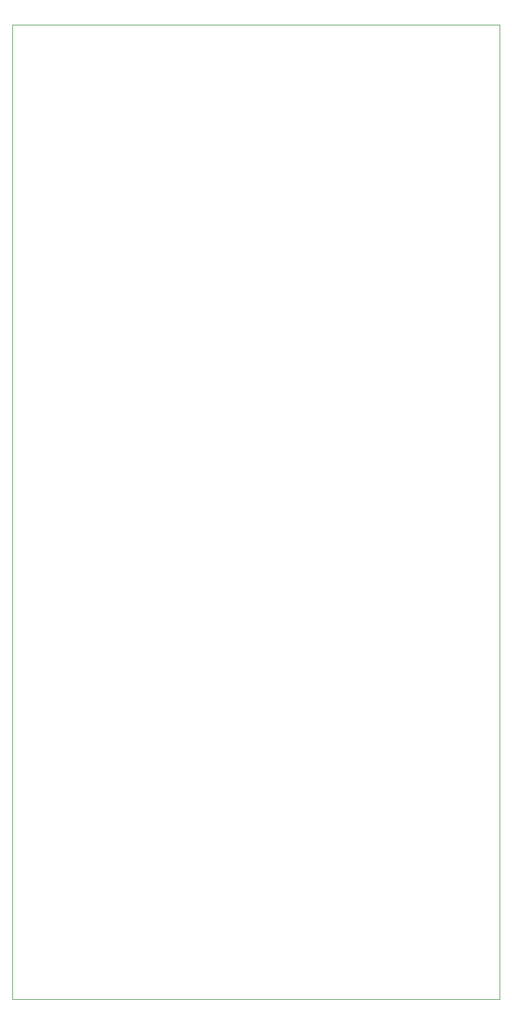
<source format=gbr>
%TF.GenerationSoftware,KiCad,Pcbnew,8.0.3*%
%TF.CreationDate,2024-06-13T15:47:36+01:00*%
%TF.ProjectId,PCB,5043422e-6b69-4636-9164-5f7063625858,rev?*%
%TF.SameCoordinates,Original*%
%TF.FileFunction,Profile,NP*%
%FSLAX46Y46*%
G04 Gerber Fmt 4.6, Leading zero omitted, Abs format (unit mm)*
G04 Created by KiCad (PCBNEW 8.0.3) date 2024-06-13 15:47:36*
%MOMM*%
%LPD*%
G01*
G04 APERTURE LIST*
%TA.AperFunction,Profile*%
%ADD10C,0.050000*%
%TD*%
G04 APERTURE END LIST*
D10*
X65500000Y-29500000D02*
X135500000Y-29500000D01*
X135500000Y-169500000D01*
X65500000Y-169500000D01*
X65500000Y-29500000D01*
M02*

</source>
